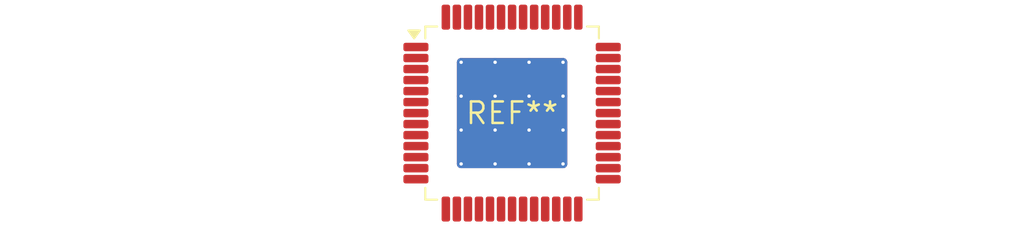
<source format=kicad_pcb>
(kicad_pcb (version 20240108) (generator pcbnew)
  (layers (0 "F.Cu" signal) (31 "B.Cu" signal) (34 "B.Paste" user) (35 "F.Paste" user) (36 "B.SilkS" user "B.Silkscreen") (37 "F.SilkS" user "F.Silkscreen") (38 "B.Mask" user) (39 "F.Mask" user) (44 "Edge.Cuts" user))
  (net 0 "")
  (footprint "TQFP-52-1EP_10x10mm_P0.65mm_EP6.5x6.5mm_ThermalVias" (layer "F.Cu") (at 0 0)
    (property "Reference" "REF**")
    (property "Value" "TQFP-52-1EP_10x10mm_P0.65mm_EP6.5x6.5mm_ThermalVias")
    (fp_line (start -5.11 -5.11) (end -5.11 -4.41) (layer "F.SilkS") (stroke (width 0.12)))
    (fp_line (start -5.11 5.11) (end -5.11 4.41) (layer "F.SilkS") (stroke (width 0.12)))
    (fp_line (start -4.41 -5.11) (end -5.11 -5.11) (layer "F.SilkS") (stroke (width 0.12)))
    (fp_line (start -4.41 5.11) (end -5.11 5.11) (layer "F.SilkS") (stroke (width 0.12)))
    (fp_line (start 4.41 -5.11) (end 5.11 -5.11) (layer "F.SilkS") (stroke (width 0.12)))
    (fp_line (start 4.41 5.11) (end 5.11 5.11) (layer "F.SilkS") (stroke (width 0.12)))
    (fp_line (start 5.11 -5.11) (end 5.11 -4.41) (layer "F.SilkS") (stroke (width 0.12)))
    (fp_line (start 5.11 5.11) (end 5.11 4.41) (layer "F.SilkS") (stroke (width 0.12)))
    (fp_poly (pts (xy -5.77 -4.41) (xy -6.11 -4.88) (xy -5.43 -4.88) (xy -5.77 -4.41)) (layer "F.SilkS") (stroke (width 0.12)) (fill solid))
    (pad "1" smd roundrect (at -5.6625 -3.9) (size 1.475 0.5) (layers "F.Cu" "F.Paste" "F.Mask"))
    (pad "2" smd roundrect (at -5.6625 -3.25) (size 1.475 0.5) (layers "F.Cu" "F.Paste" "F.Mask"))
    (pad "3" smd roundrect (at -5.6625 -2.6) (size 1.475 0.5) (layers "F.Cu" "F.Paste" "F.Mask"))
    (pad "4" smd roundrect (at -5.6625 -1.95) (size 1.475 0.5) (layers "F.Cu" "F.Paste" "F.Mask"))
    (pad "5" smd roundrect (at -5.6625 -1.3) (size 1.475 0.5) (layers "F.Cu" "F.Paste" "F.Mask"))
    (pad "6" smd roundrect (at -5.6625 -0.65) (size 1.475 0.5) (layers "F.Cu" "F.Paste" "F.Mask"))
    (pad "7" smd roundrect (at -5.6625 0) (size 1.475 0.5) (layers "F.Cu" "F.Paste" "F.Mask"))
    (pad "8" smd roundrect (at -5.6625 0.65) (size 1.475 0.5) (layers "F.Cu" "F.Paste" "F.Mask"))
    (pad "9" smd roundrect (at -5.6625 1.3) (size 1.475 0.5) (layers "F.Cu" "F.Paste" "F.Mask"))
    (pad "10" smd roundrect (at -5.6625 1.95) (size 1.475 0.5) (layers "F.Cu" "F.Paste" "F.Mask"))
    (pad "11" smd roundrect (at -5.6625 2.6) (size 1.475 0.5) (layers "F.Cu" "F.Paste" "F.Mask"))
    (pad "12" smd roundrect (at -5.6625 3.25) (size 1.475 0.5) (layers "F.Cu" "F.Paste" "F.Mask"))
    (pad "13" smd roundrect (at -5.6625 3.9) (size 1.475 0.5) (layers "F.Cu" "F.Paste" "F.Mask"))
    (pad "14" smd roundrect (at -3.9 5.6625) (size 0.5 1.475) (layers "F.Cu" "F.Paste" "F.Mask"))
    (pad "15" smd roundrect (at -3.25 5.6625) (size 0.5 1.475) (layers "F.Cu" "F.Paste" "F.Mask"))
    (pad "16" smd roundrect (at -2.6 5.6625) (size 0.5 1.475) (layers "F.Cu" "F.Paste" "F.Mask"))
    (pad "17" smd roundrect (at -1.95 5.6625) (size 0.5 1.475) (layers "F.Cu" "F.Paste" "F.Mask"))
    (pad "18" smd roundrect (at -1.3 5.6625) (size 0.5 1.475) (layers "F.Cu" "F.Paste" "F.Mask"))
    (pad "19" smd roundrect (at -0.65 5.6625) (size 0.5 1.475) (layers "F.Cu" "F.Paste" "F.Mask"))
    (pad "20" smd roundrect (at 0 5.6625) (size 0.5 1.475) (layers "F.Cu" "F.Paste" "F.Mask"))
    (pad "21" smd roundrect (at 0.65 5.6625) (size 0.5 1.475) (layers "F.Cu" "F.Paste" "F.Mask"))
    (pad "22" smd roundrect (at 1.3 5.6625) (size 0.5 1.475) (layers "F.Cu" "F.Paste" "F.Mask"))
    (pad "23" smd roundrect (at 1.95 5.6625) (size 0.5 1.475) (layers "F.Cu" "F.Paste" "F.Mask"))
    (pad "24" smd roundrect (at 2.6 5.6625) (size 0.5 1.475) (layers "F.Cu" "F.Paste" "F.Mask"))
    (pad "25" smd roundrect (at 3.25 5.6625) (size 0.5 1.475) (layers "F.Cu" "F.Paste" "F.Mask"))
    (pad "26" smd roundrect (at 3.9 5.6625) (size 0.5 1.475) (layers "F.Cu" "F.Paste" "F.Mask"))
    (pad "27" smd roundrect (at 5.6625 3.9) (size 1.475 0.5) (layers "F.Cu" "F.Paste" "F.Mask"))
    (pad "28" smd roundrect (at 5.6625 3.25) (size 1.475 0.5) (layers "F.Cu" "F.Paste" "F.Mask"))
    (pad "29" smd roundrect (at 5.6625 2.6) (size 1.475 0.5) (layers "F.Cu" "F.Paste" "F.Mask"))
    (pad "30" smd roundrect (at 5.6625 1.95) (size 1.475 0.5) (layers "F.Cu" "F.Paste" "F.Mask"))
    (pad "31" smd roundrect (at 5.6625 1.3) (size 1.475 0.5) (layers "F.Cu" "F.Paste" "F.Mask"))
    (pad "32" smd roundrect (at 5.6625 0.65) (size 1.475 0.5) (layers "F.Cu" "F.Paste" "F.Mask"))
    (pad "33" smd roundrect (at 5.6625 0) (size 1.475 0.5) (layers "F.Cu" "F.Paste" "F.Mask"))
    (pad "34" smd roundrect (at 5.6625 -0.65) (size 1.475 0.5) (layers "F.Cu" "F.Paste" "F.Mask"))
    (pad "35" smd roundrect (at 5.6625 -1.3) (size 1.475 0.5) (layers "F.Cu" "F.Paste" "F.Mask"))
    (pad "36" smd roundrect (at 5.6625 -1.95) (size 1.475 0.5) (layers "F.Cu" "F.Paste" "F.Mask"))
    (pad "37" smd roundrect (at 5.6625 -2.6) (size 1.475 0.5) (layers "F.Cu" "F.Paste" "F.Mask"))
    (pad "38" smd roundrect (at 5.6625 -3.25) (size 1.475 0.5) (layers "F.Cu" "F.Paste" "F.Mask"))
    (pad "39" smd roundrect (at 5.6625 -3.9) (size 1.475 0.5) (layers "F.Cu" "F.Paste" "F.Mask"))
    (pad "40" smd roundrect (at 3.9 -5.6625) (size 0.5 1.475) (layers "F.Cu" "F.Paste" "F.Mask"))
    (pad "41" smd roundrect (at 3.25 -5.6625) (size 0.5 1.475) (layers "F.Cu" "F.Paste" "F.Mask"))
    (pad "42" smd roundrect (at 2.6 -5.6625) (size 0.5 1.475) (layers "F.Cu" "F.Paste" "F.Mask"))
    (pad "43" smd roundrect (at 1.95 -5.6625) (size 0.5 1.475) (layers "F.Cu" "F.Paste" "F.Mask"))
    (pad "44" smd roundrect (at 1.3 -5.6625) (size 0.5 1.475) (layers "F.Cu" "F.Paste" "F.Mask"))
    (pad "45" smd roundrect (at 0.65 -5.6625) (size 0.5 1.475) (layers "F.Cu" "F.Paste" "F.Mask"))
    (pad "46" smd roundrect (at 0 -5.6625) (size 0.5 1.475) (layers "F.Cu" "F.Paste" "F.Mask"))
    (pad "47" smd roundrect (at -0.65 -5.6625) (size 0.5 1.475) (layers "F.Cu" "F.Paste" "F.Mask"))
    (pad "48" smd roundrect (at -1.3 -5.6625) (size 0.5 1.475) (layers "F.Cu" "F.Paste" "F.Mask"))
    (pad "49" smd roundrect (at -1.95 -5.6625) (size 0.5 1.475) (layers "F.Cu" "F.Paste" "F.Mask"))
    (pad "50" smd roundrect (at -2.6 -5.6625) (size 0.5 1.475) (layers "F.Cu" "F.Paste" "F.Mask"))
    (pad "51" smd roundrect (at -3.25 -5.6625) (size 0.5 1.475) (layers "F.Cu" "F.Paste" "F.Mask"))
    (pad "52" smd roundrect (at -3.9 -5.6625) (size 0.5 1.475) (layers "F.Cu" "F.Paste" "F.Mask"))
    (pad "53" thru_hole circle (at -3 -3) (size 0.5 0.5) (drill 0.2) (layers *.Cu) (remove_unused_layers))
    (pad "53" thru_hole circle (at -3 -1) (size 0.5 0.5) (drill 0.2) (layers *.Cu) (remove_unused_layers))
    (pad "53" thru_hole circle (at -3 1) (size 0.5 0.5) (drill 0.2) (layers *.Cu) (remove_unused_layers))
    (pad "53" thru_hole circle (at -3 3) (size 0.5 0.5) (drill 0.2) (layers *.Cu) (remove_unused_layers))
    (pad "53" thru_hole circle (at -1 -3) (size 0.5 0.5) (drill 0.2) (layers *.Cu) (remove_unused_layers))
    (pad "53" thru_hole circle (at -1 -1) (size 0.5 0.5) (drill 0.2) (layers *.Cu) (remove_unused_layers))
    (pad "53" thru_hole circle (at -1 1) (size 0.5 0.5) (drill 0.2) (layers *.Cu) (remove_unused_layers))
    (pad "53" thru_hole circle (at -1 3) (size 0.5 0.5) (drill 0.2) (layers *.Cu) (remove_unused_layers))
    (pad "53" smd roundrect (at 0 0) (size 6.5 6.5) (layers "F.Cu" "F.Mask") (roundrect_rratio 0.038462))
    (pad "53" smd roundrect (at 0 0) (size 6.5 6.5) (layers "B.Cu") (roundrect_rratio 0.038462))
    (pad "53" thru_hole circle (at 1 -3) (size 0.5 0.5) (drill 0.2) (layers *.Cu) (remove_unused_layers))
    (pad "53" thru_hole circle (at 1 -1) (size 0.5 0.5) (drill 0.2) (layers *.Cu) (remove_unused_layers))
    (pad "53" thru_hole circle (at 1 1) (size 0.5 0.5) (drill 0.2) (layers *.Cu) (remove_unused_layers))
    (pad "53" thru_hole circle (at 1 3) (size 0.5 0.5) (drill 0.2) (layers *.Cu) (remove_unused_layers))
    (pad "53" thru_hole circle (at 3 -3) (size 0.5 0.5) (drill 0.2) (layers *.Cu) (remove_unused_layers))
    (pad "53" thru_hole circle (at 3 -1) (size 0.5 0.5) (drill 0.2) (layers *.Cu) (remove_unused_layers))
    (pad "53" thru_hole circle (at 3 1) (size 0.5 0.5) (drill 0.2) (layers *.Cu) (remove_unused_layers))
    (pad "53" thru_hole circle (at 3 3) (size 0.5 0.5) (drill 0.2) (layers *.Cu) (remove_unused_layers))
  )
)
</source>
